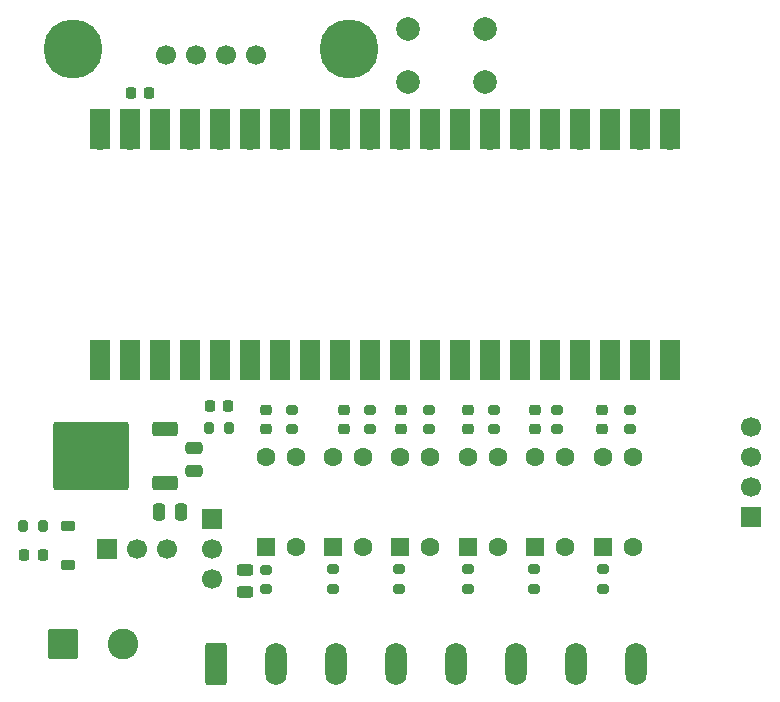
<source format=gbr>
%TF.GenerationSoftware,KiCad,Pcbnew,9.0.2*%
%TF.CreationDate,2025-08-10T10:42:45-04:00*%
%TF.ProjectId,Input_Pico,496e7075-745f-4506-9963-6f2e6b696361,v1*%
%TF.SameCoordinates,Original*%
%TF.FileFunction,Soldermask,Top*%
%TF.FilePolarity,Negative*%
%FSLAX46Y46*%
G04 Gerber Fmt 4.6, Leading zero omitted, Abs format (unit mm)*
G04 Created by KiCad (PCBNEW 9.0.2) date 2025-08-10 10:42:45*
%MOMM*%
%LPD*%
G01*
G04 APERTURE LIST*
G04 Aperture macros list*
%AMRoundRect*
0 Rectangle with rounded corners*
0 $1 Rounding radius*
0 $2 $3 $4 $5 $6 $7 $8 $9 X,Y pos of 4 corners*
0 Add a 4 corners polygon primitive as box body*
4,1,4,$2,$3,$4,$5,$6,$7,$8,$9,$2,$3,0*
0 Add four circle primitives for the rounded corners*
1,1,$1+$1,$2,$3*
1,1,$1+$1,$4,$5*
1,1,$1+$1,$6,$7*
1,1,$1+$1,$8,$9*
0 Add four rect primitives between the rounded corners*
20,1,$1+$1,$2,$3,$4,$5,0*
20,1,$1+$1,$4,$5,$6,$7,0*
20,1,$1+$1,$6,$7,$8,$9,0*
20,1,$1+$1,$8,$9,$2,$3,0*%
G04 Aperture macros list end*
%ADD10RoundRect,0.218750X0.256250X-0.218750X0.256250X0.218750X-0.256250X0.218750X-0.256250X-0.218750X0*%
%ADD11RoundRect,0.250000X-0.475000X0.250000X-0.475000X-0.250000X0.475000X-0.250000X0.475000X0.250000X0*%
%ADD12RoundRect,0.200000X0.200000X0.275000X-0.200000X0.275000X-0.200000X-0.275000X0.200000X-0.275000X0*%
%ADD13RoundRect,0.200000X0.275000X-0.200000X0.275000X0.200000X-0.275000X0.200000X-0.275000X-0.200000X0*%
%ADD14O,1.700000X1.700000*%
%ADD15R,1.700000X3.500000*%
%ADD16R,1.700000X1.700000*%
%ADD17C,1.700000*%
%ADD18RoundRect,0.250000X-0.250000X-0.475000X0.250000X-0.475000X0.250000X0.475000X-0.250000X0.475000X0*%
%ADD19RoundRect,0.243750X0.456250X-0.243750X0.456250X0.243750X-0.456250X0.243750X-0.456250X-0.243750X0*%
%ADD20RoundRect,0.250000X0.550000X-0.550000X0.550000X0.550000X-0.550000X0.550000X-0.550000X-0.550000X0*%
%ADD21C,1.600000*%
%ADD22RoundRect,0.218750X-0.218750X-0.256250X0.218750X-0.256250X0.218750X0.256250X-0.218750X0.256250X0*%
%ADD23RoundRect,0.250000X-1.050000X-1.050000X1.050000X-1.050000X1.050000X1.050000X-1.050000X1.050000X0*%
%ADD24C,2.600000*%
%ADD25RoundRect,0.225000X-0.375000X0.225000X-0.375000X-0.225000X0.375000X-0.225000X0.375000X0.225000X0*%
%ADD26RoundRect,0.250000X-0.650000X-1.550000X0.650000X-1.550000X0.650000X1.550000X-0.650000X1.550000X0*%
%ADD27O,1.800000X3.600000*%
%ADD28C,2.000000*%
%ADD29RoundRect,0.225000X-0.225000X-0.250000X0.225000X-0.250000X0.225000X0.250000X-0.225000X0.250000X0*%
%ADD30RoundRect,0.218750X0.218750X0.256250X-0.218750X0.256250X-0.218750X-0.256250X0.218750X-0.256250X0*%
%ADD31RoundRect,0.250000X0.850000X0.350000X-0.850000X0.350000X-0.850000X-0.350000X0.850000X-0.350000X0*%
%ADD32RoundRect,0.249997X2.950003X2.650003X-2.950003X2.650003X-2.950003X-2.650003X2.950003X-2.650003X0*%
%ADD33C,5.000000*%
G04 APERTURE END LIST*
D10*
%TO.C,D9*%
X123300000Y-130787500D03*
X123300000Y-129212500D03*
%TD*%
D11*
%TO.C,C2*%
X94450000Y-132425000D03*
X94450000Y-134325000D03*
%TD*%
D12*
%TO.C,R1*%
X81665000Y-139010000D03*
X80015000Y-139010000D03*
%TD*%
D13*
%TO.C,R6*%
X117665000Y-144330000D03*
X117665000Y-142680000D03*
%TD*%
%TO.C,R9*%
X102800000Y-130825000D03*
X102800000Y-129175000D03*
%TD*%
D10*
%TO.C,D8*%
X117700000Y-130787500D03*
X117700000Y-129212500D03*
%TD*%
D14*
%TO.C,U1*%
X86470000Y-124090000D03*
D15*
X86470000Y-124990000D03*
D14*
X89010000Y-124090000D03*
D15*
X89010000Y-124990000D03*
D16*
X91550000Y-124090000D03*
D15*
X91550000Y-124990000D03*
D14*
X94090000Y-124090000D03*
D15*
X94090000Y-124990000D03*
D14*
X96630000Y-124090000D03*
D15*
X96630000Y-124990000D03*
D14*
X99170000Y-124090000D03*
D15*
X99170000Y-124990000D03*
D14*
X101710000Y-124090000D03*
D15*
X101710000Y-124990000D03*
D16*
X104250000Y-124090000D03*
D15*
X104250000Y-124990000D03*
D14*
X106790000Y-124090000D03*
D15*
X106790000Y-124990000D03*
D14*
X109330000Y-124090000D03*
D15*
X109330000Y-124990000D03*
D14*
X111870000Y-124090000D03*
D15*
X111870000Y-124990000D03*
D14*
X114410000Y-124090000D03*
D15*
X114410000Y-124990000D03*
D16*
X116950000Y-124090000D03*
D15*
X116950000Y-124990000D03*
D14*
X119490000Y-124090000D03*
D15*
X119490000Y-124990000D03*
D14*
X122030000Y-124090000D03*
D15*
X122030000Y-124990000D03*
D14*
X124570000Y-124090000D03*
D15*
X124570000Y-124990000D03*
D14*
X127110000Y-124090000D03*
D15*
X127110000Y-124990000D03*
D16*
X129650000Y-124090000D03*
D15*
X129650000Y-124990000D03*
D14*
X132190000Y-124090000D03*
D15*
X132190000Y-124990000D03*
D14*
X134730000Y-124090000D03*
D15*
X134730000Y-124990000D03*
D14*
X134730000Y-106310000D03*
D15*
X134730000Y-105410000D03*
D14*
X132190000Y-106310000D03*
D15*
X132190000Y-105410000D03*
D16*
X129650000Y-106310000D03*
D15*
X129650000Y-105410000D03*
D14*
X127110000Y-106310000D03*
D15*
X127110000Y-105410000D03*
D14*
X124570000Y-106310000D03*
D15*
X124570000Y-105410000D03*
D14*
X122030000Y-106310000D03*
D15*
X122030000Y-105410000D03*
D14*
X119490000Y-106310000D03*
D15*
X119490000Y-105410000D03*
D16*
X116950000Y-106310000D03*
D15*
X116950000Y-105410000D03*
D14*
X114410000Y-106310000D03*
D15*
X114410000Y-105410000D03*
D14*
X111870000Y-106310000D03*
D15*
X111870000Y-105410000D03*
D14*
X109330000Y-106310000D03*
D15*
X109330000Y-105410000D03*
D14*
X106790000Y-106310000D03*
D15*
X106790000Y-105410000D03*
D16*
X104250000Y-106310000D03*
D15*
X104250000Y-105410000D03*
D14*
X101710000Y-106310000D03*
D15*
X101710000Y-105410000D03*
D14*
X99170000Y-106310000D03*
D15*
X99170000Y-105410000D03*
D14*
X96630000Y-106310000D03*
D15*
X96630000Y-105410000D03*
D14*
X94090000Y-106310000D03*
D15*
X94090000Y-105410000D03*
D16*
X91550000Y-106310000D03*
D15*
X91550000Y-105410000D03*
D14*
X89010000Y-106310000D03*
D15*
X89010000Y-105410000D03*
D14*
X86470000Y-106310000D03*
D15*
X86470000Y-105410000D03*
%TD*%
D16*
%TO.C,J1*%
X96000000Y-138440000D03*
D17*
X96000000Y-140980000D03*
X96000000Y-143520000D03*
%TD*%
D18*
%TO.C,C1*%
X91490000Y-137800000D03*
X93390000Y-137800000D03*
%TD*%
D16*
%TO.C,J4*%
X141650000Y-138295000D03*
D17*
X141650000Y-135755000D03*
X141650000Y-133215000D03*
X141650000Y-130675000D03*
%TD*%
D13*
%TO.C,R13*%
X125200000Y-130825000D03*
X125200000Y-129175000D03*
%TD*%
D12*
%TO.C,R2*%
X97425000Y-130700000D03*
X95775000Y-130700000D03*
%TD*%
D13*
%TO.C,R3*%
X100565000Y-144355000D03*
X100565000Y-142705000D03*
%TD*%
%TO.C,R14*%
X131400000Y-130825000D03*
X131400000Y-129175000D03*
%TD*%
D19*
%TO.C,F5*%
X98790000Y-144607500D03*
X98790000Y-142732500D03*
%TD*%
D20*
%TO.C,U7*%
X117625000Y-140810000D03*
D21*
X120165000Y-140810000D03*
X120165000Y-133190000D03*
X117625000Y-133190000D03*
%TD*%
D22*
%TO.C,D2*%
X80102500Y-141500000D03*
X81677500Y-141500000D03*
%TD*%
D10*
%TO.C,D5*%
X100600000Y-130787500D03*
X100600000Y-129212500D03*
%TD*%
D20*
%TO.C,U6*%
X111925000Y-140805000D03*
D21*
X114465000Y-140805000D03*
X114465000Y-133185000D03*
X111925000Y-133185000D03*
%TD*%
D20*
%TO.C,U5*%
X106225000Y-140805000D03*
D21*
X108765000Y-140805000D03*
X108765000Y-133185000D03*
X106225000Y-133185000D03*
%TD*%
D13*
%TO.C,R10*%
X109400000Y-130825000D03*
X109400000Y-129175000D03*
%TD*%
D23*
%TO.C,TB1*%
X83345000Y-149025000D03*
D24*
X88425000Y-149025000D03*
%TD*%
D13*
%TO.C,R12*%
X119900000Y-130825000D03*
X119900000Y-129175000D03*
%TD*%
D20*
%TO.C,U8*%
X123350000Y-140810000D03*
D21*
X125890000Y-140810000D03*
X125890000Y-133190000D03*
X123350000Y-133190000D03*
%TD*%
D13*
%TO.C,R5*%
X111865000Y-144330000D03*
X111865000Y-142680000D03*
%TD*%
%TO.C,R11*%
X114400000Y-130825000D03*
X114400000Y-129175000D03*
%TD*%
D20*
%TO.C,U9*%
X129065000Y-140805000D03*
D21*
X131605000Y-140805000D03*
X131605000Y-133185000D03*
X129065000Y-133185000D03*
%TD*%
D10*
%TO.C,D6*%
X107200000Y-130787500D03*
X107200000Y-129212500D03*
%TD*%
D13*
%TO.C,R7*%
X123265000Y-144330000D03*
X123265000Y-142680000D03*
%TD*%
D25*
%TO.C,D1*%
X83810000Y-139002500D03*
X83810000Y-142302500D03*
%TD*%
D13*
%TO.C,R8*%
X129065000Y-144330000D03*
X129065000Y-142680000D03*
%TD*%
D26*
%TO.C,J5*%
X96345000Y-150705000D03*
D27*
X101425000Y-150705000D03*
X106505000Y-150705000D03*
X111585000Y-150705000D03*
X116665000Y-150705000D03*
X121745000Y-150705000D03*
X126825000Y-150705000D03*
X131905000Y-150705000D03*
%TD*%
D28*
%TO.C,SW1*%
X119100000Y-101400000D03*
X112600000Y-101400000D03*
X119100000Y-96900000D03*
X112600000Y-96900000D03*
%TD*%
D29*
%TO.C,C3*%
X89125000Y-102400000D03*
X90675000Y-102400000D03*
%TD*%
D16*
%TO.C,J2*%
X87070000Y-141000000D03*
D17*
X89610000Y-141000000D03*
X92150000Y-141000000D03*
%TD*%
D30*
%TO.C,D3*%
X97387500Y-128900000D03*
X95812500Y-128900000D03*
%TD*%
D13*
%TO.C,R4*%
X106265000Y-144330000D03*
X106265000Y-142680000D03*
%TD*%
D31*
%TO.C,U3*%
X92050000Y-135355000D03*
D32*
X85750000Y-133075000D03*
D31*
X92050000Y-130795000D03*
%TD*%
D33*
%TO.C,J3*%
X107550000Y-98650000D03*
X84250000Y-98650000D03*
D17*
X92100000Y-99150000D03*
X94600000Y-99150000D03*
X97200000Y-99150000D03*
X99700000Y-99150000D03*
%TD*%
D10*
%TO.C,D7*%
X112000000Y-130787500D03*
X112000000Y-129212500D03*
%TD*%
D20*
%TO.C,U4*%
X100525000Y-140805000D03*
D21*
X103065000Y-140805000D03*
X103065000Y-133185000D03*
X100525000Y-133185000D03*
%TD*%
D10*
%TO.C,D10*%
X129000000Y-130787500D03*
X129000000Y-129212500D03*
%TD*%
M02*

</source>
